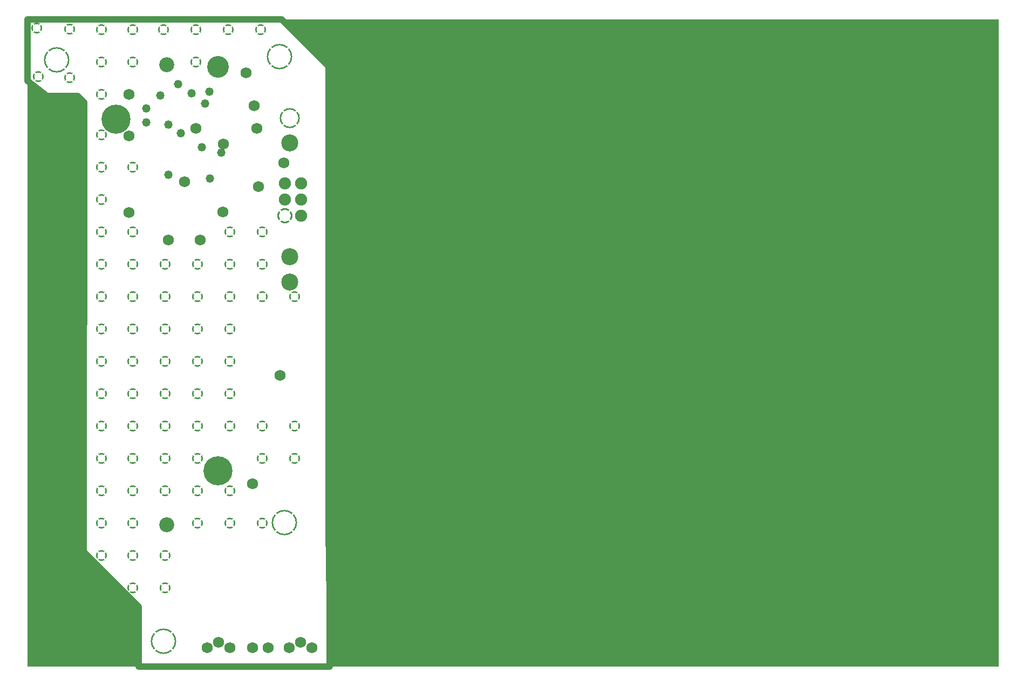
<source format=gbr>
G04*
G04 #@! TF.GenerationSoftware,Altium Limited,Altium Designer,23.10.1 (27)*
G04*
G04 Layer_Physical_Order=5*
G04 Layer_Color=128*
%FSLAX42Y42*%
%MOMM*%
G71*
G04*
G04 #@! TF.SameCoordinates,D788F153-7B32-47A3-9728-DC68925F5BF0*
G04*
G04*
G04 #@! TF.FilePolarity,Negative*
G04*
G01*
G75*
%ADD50C,1.02*%
%ADD51C,2.67*%
%ADD52C,1.91*%
G04:AMPARAMS|DCode=53|XSize=4.024mm|YSize=4.024mm|CornerRadius=0mm|HoleSize=0mm|Usage=FLASHONLY|Rotation=0.000|XOffset=0mm|YOffset=0mm|HoleType=Round|Shape=Relief|Width=0.25mm|Gap=0.25mm|Entries=4|*
%AMTHD53*
7,0,0,4.02,3.52,0.25,45*
%
%ADD53THD53*%
G04:AMPARAMS|DCode=54|XSize=3.174mm|YSize=3.174mm|CornerRadius=0mm|HoleSize=0mm|Usage=FLASHONLY|Rotation=0.000|XOffset=0mm|YOffset=0mm|HoleType=Round|Shape=Relief|Width=0.25mm|Gap=0.25mm|Entries=4|*
%AMTHD54*
7,0,0,3.17,2.67,0.25,45*
%
%ADD54THD54*%
G04:AMPARAMS|DCode=55|XSize=2.413mm|YSize=2.413mm|CornerRadius=0mm|HoleSize=0mm|Usage=FLASHONLY|Rotation=0.000|XOffset=0mm|YOffset=0mm|HoleType=Round|Shape=Relief|Width=0.25mm|Gap=0.25mm|Entries=4|*
%AMTHD55*
7,0,0,2.41,1.91,0.25,45*
%
%ADD55THD55*%
%ADD56C,2.34*%
%ADD57C,4.57*%
%ADD58C,3.41*%
G04:AMPARAMS|DCode=59|XSize=1.774mm|YSize=1.774mm|CornerRadius=0mm|HoleSize=0mm|Usage=FLASHONLY|Rotation=0.000|XOffset=0mm|YOffset=0mm|HoleType=Round|Shape=Relief|Width=0.25mm|Gap=0.25mm|Entries=4|*
%AMTHD59*
7,0,0,1.77,1.27,0.25,45*
%
%ADD59THD59*%
%ADD60C,1.32*%
%ADD61C,1.73*%
G36*
X12560Y-5563D02*
X2057D01*
Y-4498D01*
X2045Y-3416D01*
Y3835D01*
Y3861D01*
X1308Y4597D01*
X12560D01*
Y-5563D01*
D02*
G37*
G36*
X-2374Y3389D02*
X-1892D01*
X-1790Y3287D01*
X-1803Y-3760D01*
X-940Y-4623D01*
Y-5563D01*
X-2680D01*
Y3632D01*
X-2374Y3389D01*
D02*
G37*
D50*
X1308Y4597D02*
X2045Y3861D01*
X-2680Y4597D02*
X1308D01*
X2045Y3835D02*
Y3861D01*
X-1803Y-3760D02*
X-1790Y3287D01*
X-1803Y-3760D02*
X-940Y-4623D01*
Y-5563D02*
Y-4623D01*
Y-5563D02*
X2057D01*
X-2680Y3632D02*
Y4597D01*
Y3632D02*
X-2374Y3389D01*
X-1892D01*
X-1790Y3287D01*
X2057Y-5563D02*
Y-4498D01*
X2045Y-3416D02*
X2057Y-4498D01*
X2045Y-3416D02*
Y3835D01*
D51*
X1435Y475D02*
D03*
Y871D02*
D03*
X1435Y2652D02*
D03*
D52*
X1359Y1765D02*
D03*
Y2019D02*
D03*
X1613Y1511D02*
D03*
Y1765D02*
D03*
Y2019D02*
D03*
D53*
X-2223Y3962D02*
D03*
X-546Y-5169D02*
D03*
X1346Y-3302D02*
D03*
X1270Y4013D02*
D03*
D54*
X1435Y3048D02*
D03*
D55*
X1359Y1511D02*
D03*
D56*
X-495Y-3340D02*
D03*
Y3882D02*
D03*
D57*
X-1295Y3031D02*
D03*
X305Y-2489D02*
D03*
D58*
Y3851D02*
D03*
D59*
X1511Y241D02*
D03*
X-13Y-267D02*
D03*
X495D02*
D03*
Y-775D02*
D03*
X-13D02*
D03*
Y-1283D02*
D03*
X495D02*
D03*
X1511Y-1791D02*
D03*
Y-2299D02*
D03*
X1003D02*
D03*
Y-1791D02*
D03*
X495D02*
D03*
X-13D02*
D03*
Y-2299D02*
D03*
X495Y-2807D02*
D03*
X-13D02*
D03*
Y-3315D02*
D03*
X495D02*
D03*
X1003D02*
D03*
Y241D02*
D03*
Y749D02*
D03*
Y1257D02*
D03*
X495D02*
D03*
Y749D02*
D03*
Y241D02*
D03*
X-13D02*
D03*
Y749D02*
D03*
X978Y4432D02*
D03*
X470D02*
D03*
X-38Y3924D02*
D03*
Y4432D02*
D03*
X-546D02*
D03*
X-521Y749D02*
D03*
Y241D02*
D03*
Y-267D02*
D03*
Y-775D02*
D03*
Y-1283D02*
D03*
Y-1791D02*
D03*
Y-2299D02*
D03*
Y-2807D02*
D03*
Y-3823D02*
D03*
Y-4331D02*
D03*
X-1029D02*
D03*
Y-3823D02*
D03*
Y-3315D02*
D03*
Y-2807D02*
D03*
Y-2299D02*
D03*
Y-1791D02*
D03*
Y-1283D02*
D03*
Y-775D02*
D03*
Y-267D02*
D03*
Y241D02*
D03*
Y749D02*
D03*
Y1257D02*
D03*
Y2273D02*
D03*
Y3924D02*
D03*
Y4432D02*
D03*
X-1524Y-3823D02*
D03*
Y-3315D02*
D03*
Y-2807D02*
D03*
Y-2299D02*
D03*
Y-1791D02*
D03*
Y-1283D02*
D03*
Y-775D02*
D03*
Y-267D02*
D03*
Y241D02*
D03*
Y749D02*
D03*
Y1257D02*
D03*
Y1765D02*
D03*
Y2273D02*
D03*
Y2781D02*
D03*
Y3416D02*
D03*
Y3924D02*
D03*
Y4432D02*
D03*
X-2019Y3683D02*
D03*
X-2515Y3696D02*
D03*
X-2019Y4445D02*
D03*
X-2540Y4458D02*
D03*
D60*
X-597Y3404D02*
D03*
X172Y3461D02*
D03*
X103Y3271D02*
D03*
X-109Y3436D02*
D03*
X-279Y2807D02*
D03*
X-468Y2942D02*
D03*
X362Y2502D02*
D03*
X-470Y2159D02*
D03*
X51Y2591D02*
D03*
X-823Y3200D02*
D03*
X-823Y2979D02*
D03*
X178Y2095D02*
D03*
X-317Y3581D02*
D03*
D61*
X317Y-5182D02*
D03*
X1600D02*
D03*
X1778Y-5271D02*
D03*
X1092D02*
D03*
X495D02*
D03*
X1422D02*
D03*
X851D02*
D03*
X140D02*
D03*
X-38Y2883D02*
D03*
X1337Y2340D02*
D03*
X394Y2642D02*
D03*
X940Y1968D02*
D03*
X914Y2883D02*
D03*
X-216Y2045D02*
D03*
X-1092Y2769D02*
D03*
Y1562D02*
D03*
X876Y3238D02*
D03*
X-1092Y3416D02*
D03*
X25Y1130D02*
D03*
X-470D02*
D03*
X851Y-2692D02*
D03*
X1283Y-991D02*
D03*
X749Y3759D02*
D03*
X381Y1575D02*
D03*
M02*

</source>
